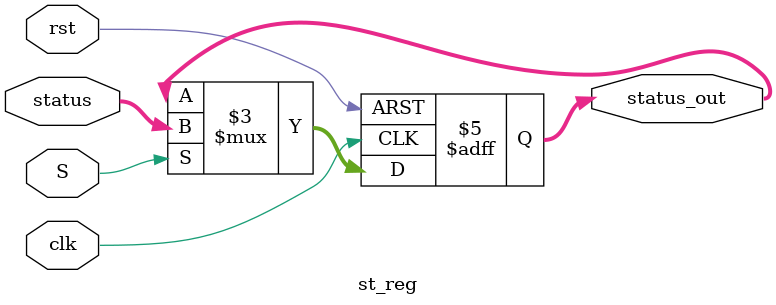
<source format=v>
module st_reg(input clk,rst,S,input [3:0]status,output reg[3:0] status_out);
always@(negedge clk,posedge rst)begin
    if(rst)
        status_out=0;
    else if(S) begin
        status_out=status;
    end
end
endmodule
</source>
